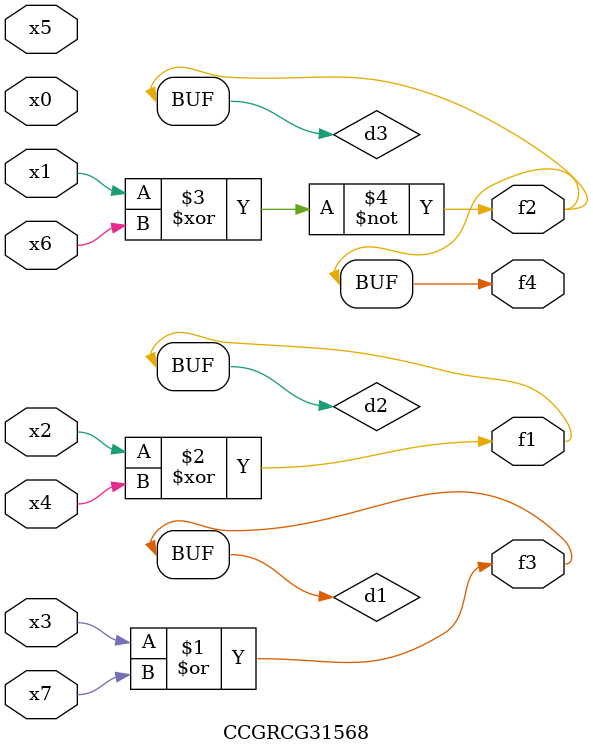
<source format=v>
module CCGRCG31568(
	input x0, x1, x2, x3, x4, x5, x6, x7,
	output f1, f2, f3, f4
);

	wire d1, d2, d3;

	or (d1, x3, x7);
	xor (d2, x2, x4);
	xnor (d3, x1, x6);
	assign f1 = d2;
	assign f2 = d3;
	assign f3 = d1;
	assign f4 = d3;
endmodule

</source>
